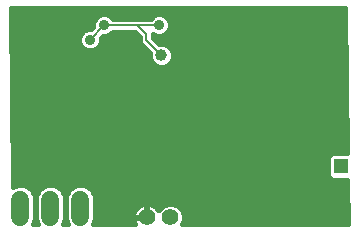
<source format=gbl>
G75*
%MOIN*%
%OFA0B0*%
%FSLAX25Y25*%
%IPPOS*%
%LPD*%
%AMOC8*
5,1,8,0,0,1.08239X$1,22.5*
%
%ADD10C,0.05543*%
%ADD11C,0.05937*%
%ADD12R,0.05150X0.05150*%
%ADD13C,0.00787*%
%ADD14C,0.03575*%
%ADD15C,0.03969*%
%ADD16C,0.00800*%
%ADD17C,0.01600*%
%ADD18R,0.03969X0.03969*%
D10*
X0112120Y0031828D03*
X0119994Y0031828D03*
D11*
X0090057Y0031859D02*
X0090057Y0037796D01*
X0080057Y0037796D02*
X0080057Y0031859D01*
X0070057Y0031859D02*
X0070057Y0037796D01*
D12*
X0099057Y0048828D03*
X0177057Y0048828D03*
D13*
X0116297Y0095896D02*
X0109057Y0095896D01*
X0097960Y0095896D01*
X0093177Y0091113D01*
D14*
X0093177Y0091113D03*
X0097960Y0095896D03*
X0116297Y0095896D03*
D15*
X0117057Y0085828D03*
D16*
X0112057Y0090828D01*
X0112057Y0092896D01*
X0109057Y0095896D01*
D17*
X0067652Y0043318D02*
X0178973Y0043318D01*
X0178958Y0044453D02*
X0179154Y0029628D01*
X0124031Y0029628D01*
X0124565Y0030918D01*
X0124565Y0032737D01*
X0123869Y0034417D01*
X0122583Y0035703D01*
X0120903Y0036399D01*
X0119084Y0036399D01*
X0117404Y0035703D01*
X0116118Y0034417D01*
X0116034Y0034215D01*
X0116030Y0034224D01*
X0115607Y0034806D01*
X0115098Y0035315D01*
X0114516Y0035738D01*
X0113875Y0036064D01*
X0113190Y0036287D01*
X0112479Y0036399D01*
X0112206Y0036399D01*
X0112206Y0031913D01*
X0112034Y0031913D01*
X0112034Y0031742D01*
X0107548Y0031742D01*
X0107548Y0031468D01*
X0107661Y0030757D01*
X0107883Y0030073D01*
X0108110Y0029628D01*
X0094294Y0029628D01*
X0094825Y0030911D01*
X0094825Y0038745D01*
X0094099Y0040497D01*
X0092758Y0041839D01*
X0091005Y0042565D01*
X0089108Y0042565D01*
X0087356Y0041839D01*
X0086014Y0040497D01*
X0085288Y0038745D01*
X0085288Y0030911D01*
X0085820Y0029628D01*
X0084294Y0029628D01*
X0084825Y0030911D01*
X0084825Y0038745D01*
X0084099Y0040497D01*
X0082758Y0041839D01*
X0081005Y0042565D01*
X0079108Y0042565D01*
X0077356Y0041839D01*
X0076014Y0040497D01*
X0075288Y0038745D01*
X0075288Y0030911D01*
X0075820Y0029628D01*
X0074294Y0029628D01*
X0074825Y0030911D01*
X0074825Y0038745D01*
X0074099Y0040497D01*
X0072758Y0041839D01*
X0071005Y0042565D01*
X0069108Y0042565D01*
X0067670Y0041969D01*
X0066881Y0101728D01*
X0178202Y0101728D01*
X0178843Y0053202D01*
X0173736Y0053202D01*
X0172682Y0052148D01*
X0172682Y0045507D01*
X0173736Y0044453D01*
X0178958Y0044453D01*
X0178994Y0041719D02*
X0092877Y0041719D01*
X0094255Y0040121D02*
X0179015Y0040121D01*
X0179037Y0038522D02*
X0094825Y0038522D01*
X0094825Y0036924D02*
X0179058Y0036924D01*
X0179079Y0035325D02*
X0122961Y0035325D01*
X0124155Y0033727D02*
X0179100Y0033727D01*
X0179121Y0032128D02*
X0124565Y0032128D01*
X0124404Y0030530D02*
X0179142Y0030530D01*
X0173273Y0044916D02*
X0067631Y0044916D01*
X0067610Y0046515D02*
X0172682Y0046515D01*
X0172682Y0048113D02*
X0067589Y0048113D01*
X0067568Y0049712D02*
X0172682Y0049712D01*
X0172682Y0051310D02*
X0067547Y0051310D01*
X0067526Y0052909D02*
X0173443Y0052909D01*
X0178825Y0054507D02*
X0067504Y0054507D01*
X0067483Y0056106D02*
X0178804Y0056106D01*
X0178783Y0057705D02*
X0067462Y0057705D01*
X0067441Y0059303D02*
X0178762Y0059303D01*
X0178741Y0060902D02*
X0067420Y0060902D01*
X0067399Y0062500D02*
X0178720Y0062500D01*
X0178699Y0064099D02*
X0067378Y0064099D01*
X0067357Y0065697D02*
X0178678Y0065697D01*
X0178656Y0067296D02*
X0067335Y0067296D01*
X0067314Y0068894D02*
X0178635Y0068894D01*
X0178614Y0070493D02*
X0067293Y0070493D01*
X0067272Y0072091D02*
X0178593Y0072091D01*
X0178572Y0073690D02*
X0067251Y0073690D01*
X0067230Y0075288D02*
X0178551Y0075288D01*
X0178530Y0076887D02*
X0067209Y0076887D01*
X0067188Y0078485D02*
X0178509Y0078485D01*
X0178488Y0080084D02*
X0067167Y0080084D01*
X0067145Y0081682D02*
X0178466Y0081682D01*
X0178445Y0083281D02*
X0119862Y0083281D01*
X0120265Y0083684D02*
X0120841Y0085075D01*
X0120841Y0086580D01*
X0120265Y0087971D01*
X0119200Y0089036D01*
X0117809Y0089612D01*
X0116384Y0089612D01*
X0114257Y0091739D01*
X0114257Y0092863D01*
X0114265Y0092855D01*
X0115583Y0092309D01*
X0117010Y0092309D01*
X0118329Y0092855D01*
X0119338Y0093864D01*
X0119884Y0095183D01*
X0119884Y0096610D01*
X0119338Y0097929D01*
X0118329Y0098938D01*
X0117010Y0099484D01*
X0115583Y0099484D01*
X0114265Y0098938D01*
X0113417Y0098090D01*
X0109974Y0098090D01*
X0109968Y0098096D01*
X0108145Y0098096D01*
X0108139Y0098090D01*
X0100840Y0098090D01*
X0099992Y0098938D01*
X0098674Y0099484D01*
X0097247Y0099484D01*
X0095928Y0098938D01*
X0094919Y0097929D01*
X0094373Y0096610D01*
X0094373Y0095411D01*
X0093662Y0094700D01*
X0092463Y0094700D01*
X0091145Y0094154D01*
X0090136Y0093145D01*
X0089589Y0091827D01*
X0089589Y0090399D01*
X0090136Y0089081D01*
X0091145Y0088072D01*
X0092463Y0087526D01*
X0093890Y0087526D01*
X0095209Y0088072D01*
X0096218Y0089081D01*
X0096764Y0090399D01*
X0096764Y0091598D01*
X0097475Y0092309D01*
X0098674Y0092309D01*
X0099992Y0092855D01*
X0100840Y0093703D01*
X0108139Y0093703D01*
X0109857Y0091985D01*
X0109857Y0089916D01*
X0111145Y0088628D01*
X0113272Y0086501D01*
X0113272Y0085075D01*
X0113849Y0083684D01*
X0114913Y0082619D01*
X0116304Y0082043D01*
X0117809Y0082043D01*
X0119200Y0082619D01*
X0120265Y0083684D01*
X0120760Y0084879D02*
X0178424Y0084879D01*
X0178403Y0086478D02*
X0120841Y0086478D01*
X0120160Y0088076D02*
X0178382Y0088076D01*
X0178361Y0089675D02*
X0116321Y0089675D01*
X0114722Y0091273D02*
X0178340Y0091273D01*
X0178319Y0092872D02*
X0118346Y0092872D01*
X0119589Y0094470D02*
X0178297Y0094470D01*
X0178276Y0096069D02*
X0119884Y0096069D01*
X0119446Y0097667D02*
X0178255Y0097667D01*
X0178234Y0099266D02*
X0117537Y0099266D01*
X0115057Y0099266D02*
X0099200Y0099266D01*
X0096720Y0099266D02*
X0066913Y0099266D01*
X0066934Y0097667D02*
X0094811Y0097667D01*
X0094373Y0096069D02*
X0066955Y0096069D01*
X0066977Y0094470D02*
X0091908Y0094470D01*
X0090022Y0092872D02*
X0066998Y0092872D01*
X0067019Y0091273D02*
X0089589Y0091273D01*
X0089890Y0089675D02*
X0067040Y0089675D01*
X0067061Y0088076D02*
X0091140Y0088076D01*
X0095213Y0088076D02*
X0111697Y0088076D01*
X0113272Y0086478D02*
X0067082Y0086478D01*
X0067103Y0084879D02*
X0113353Y0084879D01*
X0114252Y0083281D02*
X0067124Y0083281D01*
X0066892Y0100864D02*
X0178213Y0100864D01*
X0109857Y0091273D02*
X0096764Y0091273D01*
X0096464Y0089675D02*
X0110098Y0089675D01*
X0108970Y0092872D02*
X0100009Y0092872D01*
X0087236Y0041719D02*
X0082877Y0041719D01*
X0084255Y0040121D02*
X0085858Y0040121D01*
X0085288Y0038522D02*
X0084825Y0038522D01*
X0084825Y0036924D02*
X0085288Y0036924D01*
X0085288Y0035325D02*
X0084825Y0035325D01*
X0084825Y0033727D02*
X0085288Y0033727D01*
X0085288Y0032128D02*
X0084825Y0032128D01*
X0084667Y0030530D02*
X0085446Y0030530D01*
X0094667Y0030530D02*
X0107734Y0030530D01*
X0107548Y0031913D02*
X0112034Y0031913D01*
X0112034Y0036399D01*
X0111760Y0036399D01*
X0111049Y0036287D01*
X0110365Y0036064D01*
X0109724Y0035738D01*
X0109141Y0035315D01*
X0108633Y0034806D01*
X0108210Y0034224D01*
X0107883Y0033582D01*
X0107661Y0032898D01*
X0107548Y0032187D01*
X0107548Y0031913D01*
X0107548Y0032128D02*
X0094825Y0032128D01*
X0094825Y0033727D02*
X0107957Y0033727D01*
X0109156Y0035325D02*
X0094825Y0035325D01*
X0077236Y0041719D02*
X0072877Y0041719D01*
X0074255Y0040121D02*
X0075858Y0040121D01*
X0075288Y0038522D02*
X0074825Y0038522D01*
X0074825Y0036924D02*
X0075288Y0036924D01*
X0075288Y0035325D02*
X0074825Y0035325D01*
X0074825Y0033727D02*
X0075288Y0033727D01*
X0075288Y0032128D02*
X0074825Y0032128D01*
X0074667Y0030530D02*
X0075446Y0030530D01*
X0112034Y0032128D02*
X0112206Y0032128D01*
X0112206Y0033727D02*
X0112034Y0033727D01*
X0112034Y0035325D02*
X0112206Y0035325D01*
X0115083Y0035325D02*
X0117026Y0035325D01*
D18*
X0120057Y0048828D03*
X0141057Y0067828D03*
X0160057Y0074828D03*
X0153057Y0034828D03*
X0109057Y0082828D03*
X0083057Y0076828D03*
X0084057Y0067828D03*
X0076057Y0096828D03*
M02*

</source>
